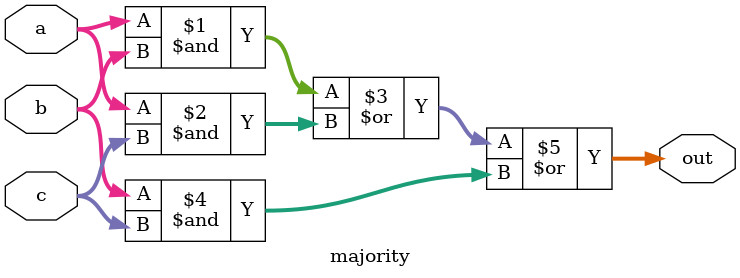
<source format=v>
/*!
* @file majority.v
* @brief Majority Function Module
* @author LDFranck
* @date February 2023
* @version v1
*
* @details
*  Majority function module implementation in Verilog.
*  The module evaluates the input signals 'a', 'b' and 'c'
*  and returns the most frequent bit for each position.
*/

module majority(out, a, b, c);

	input  [31:0] a, b, c;
	output [31:0] out;

	assign out = (a & b) | (a & c) | (b & c);

endmodule
</source>
